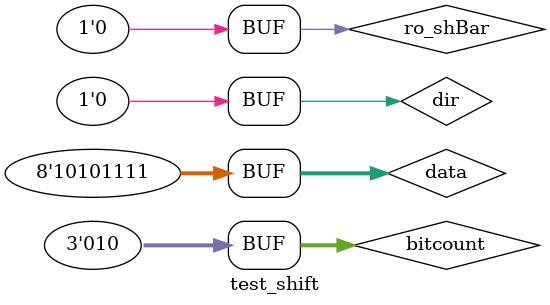
<source format=v>
module BarrelShifter (input [7:0] data,input [2:0] bitcount, input dir, ro_shBar,
											output reg [7:0] out, output reg c, z );
			reg [15:0] tmp;
			always@(data,bitcount,dir, ro_shBar)begin 
				//R => 1 , L =>0
				out = data; c = 0;
				if(bitcount >0) begin
					if(dir)begin // Right 
						if(ro_shBar)begin
							tmp = {data,data};
							out = tmp[bitcount +: 8];
							c = data[bitcount - 3'b1];
							//out = {data[bitcount-3'b1 +:bitcount],tmp[4'd8-bitcount +:bitcount]};
						end
						else begin
							out = data >> bitcount;
							c = data[bitcount - 3'b1];
						end
					end
					else begin // Left
						if(ro_shBar)begin
							tmp = {data,data};
							out =  tmp[4'd15 - bitcount -: 8];
							c = data[4'd8 - bitcount];
							//out = {tmp[3'd7 +: 4'd8-bitcount],data[3'd7 +:bitcount]};
						end
						else begin
							out = data << bitcount;
							c = data[4'd8 - bitcount];
						end
					end
				end
		
				z = (out == 0);
			end
endmodule

module test_shift();
	reg [7:0] data; 
	reg [2:0] bitcount;
	reg dir, ro_shBar;
	wire [7:0] out;
	wire c, z;
	BarrelShifter bs(data, bitcount,  dir, ro_shBar, out, c, z );
	
	initial begin 
	data = 8'b10101111; bitcount = 1'b0; dir = 1'b1; ro_shBar = 1'b1;
	#10 	bitcount = 3'd1;
	#10 bitcount = 3'd2;
	#100 ro_shBar = 1'b0; bitcount = 3'd1;
	#10 bitcount = 3'd2;
	#100 bitcount = 3'd1; dir = 1'b0; ro_shBar = 1'b1;
	#10 bitcount = 3'd2;
	#100 bitcount = 3'd1; ro_shBar = 1'b0;
	#10 bitcount = 3'd2;
	#10;
	end

endmodule
</source>
